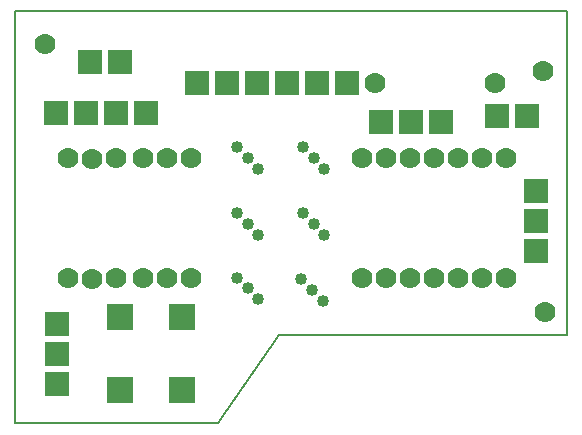
<source format=gbr>
G04 PROTEUS GERBER X2 FILE*
%TF.GenerationSoftware,Labcenter,Proteus,8.5-SP0-Build22067*%
%TF.CreationDate,2017-11-28T10:59:28+00:00*%
%TF.FileFunction,Copper,L6,Inr*%
%TF.FilePolarity,Positive*%
%TF.Part,Single*%
%FSLAX45Y45*%
%MOMM*%
G01*
%TA.AperFunction,ComponentPad*%
%ADD11C,1.778000*%
%ADD12R,2.032000X2.032000*%
%ADD13C,1.016000*%
%ADD14R,2.286000X2.286000*%
%TA.AperFunction,Profile*%
%ADD17C,0.203200*%
D11*
X+4152900Y+1498600D03*
X+4152900Y+482600D03*
D12*
X+3098800Y+1803400D03*
X+3352800Y+1803400D03*
X+3606800Y+1803400D03*
X+1536700Y+2133600D03*
X+1790700Y+2133600D03*
X+2044700Y+2133600D03*
X+2298700Y+2133600D03*
X+2552700Y+2133600D03*
X+2806700Y+2133600D03*
X+342900Y+1879600D03*
X+596900Y+1879600D03*
X+850900Y+1879600D03*
X+1104900Y+1879600D03*
D13*
X+1878698Y+1588402D03*
X+1968500Y+1498600D03*
X+2058303Y+1408797D03*
X+1878697Y+1029602D03*
X+1968500Y+939800D03*
X+2058302Y+849997D03*
X+1878697Y+483502D03*
X+1968500Y+393700D03*
X+2058302Y+303897D03*
X+2437497Y+1588402D03*
X+2527300Y+1498600D03*
X+2617102Y+1408797D03*
X+2437498Y+1029603D03*
X+2527300Y+939800D03*
X+2617103Y+849998D03*
X+2424798Y+470803D03*
X+2514600Y+381000D03*
X+2604403Y+291198D03*
D11*
X+1485900Y+1498600D03*
X+1485899Y+482600D03*
X+1282700Y+1498600D03*
X+1282700Y+482600D03*
X+1079500Y+1498600D03*
X+1079500Y+482600D03*
X+850899Y+1498600D03*
X+850900Y+482600D03*
X+647700Y+1485899D03*
X+647701Y+469899D03*
X+444500Y+1498598D03*
X+444500Y+482598D03*
X+2933700Y+1498600D03*
X+2933700Y+482600D03*
X+3136900Y+1498600D03*
X+3136900Y+482600D03*
X+3543300Y+1498600D03*
X+3543300Y+482600D03*
X+3340100Y+1498600D03*
X+3340100Y+482600D03*
X+3949700Y+1498600D03*
X+3949700Y+482600D03*
X+3746500Y+1498600D03*
X+3746500Y+482600D03*
D12*
X+4406900Y+711200D03*
X+4406900Y+965200D03*
X+4406900Y+1219200D03*
D14*
X+1409700Y-469900D03*
X+1409700Y+150100D03*
X+889000Y-469900D03*
X+889000Y+150100D03*
D12*
X+889000Y+2311400D03*
X+635000Y+2311400D03*
X+355600Y+88900D03*
X+355600Y-165100D03*
X+355600Y-419100D03*
X+4076700Y+1854199D03*
X+4330700Y+1854199D03*
D11*
X+3048000Y+2133600D03*
X+4064000Y+2133600D03*
X+254000Y+2463800D03*
X+4483100Y+190500D03*
X+4470400Y+2235200D03*
D17*
X+0Y-749300D02*
X+1714500Y-749300D01*
X+2235200Y+0D01*
X+4673600Y+0D01*
X+0Y-749300D02*
X+0Y+2743200D01*
X+4673600Y+2743200D01*
X+4673600Y+0D02*
X+4673600Y+2743200D01*
M02*

</source>
